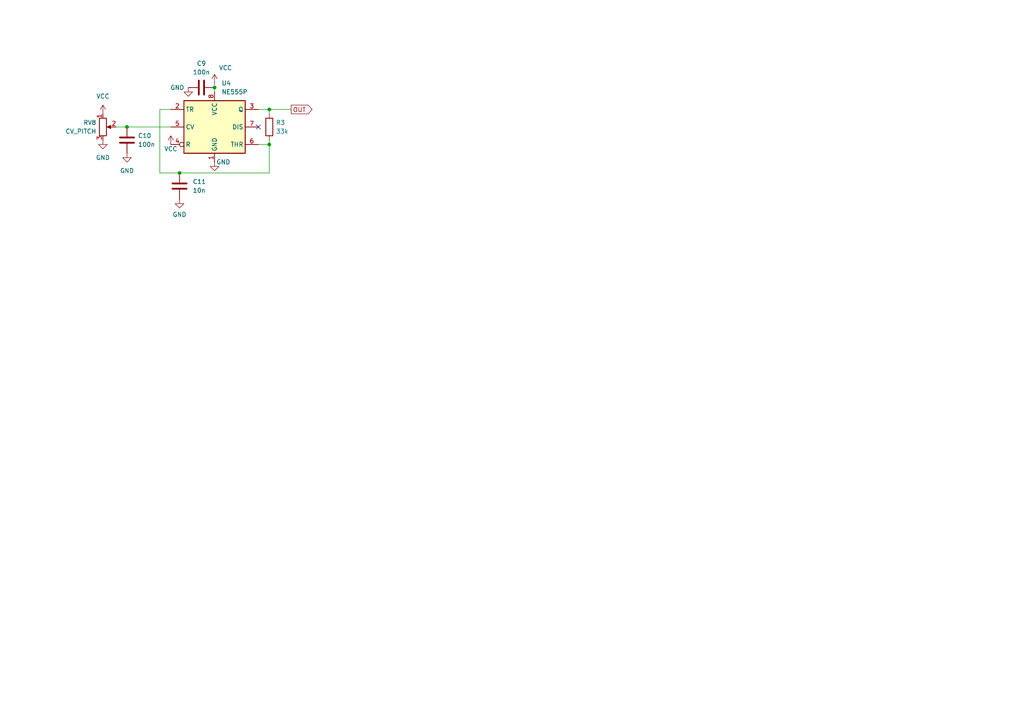
<source format=kicad_sch>
(kicad_sch (version 20211123) (generator eeschema)
  (paper "A4")
  (lib_symbols
    (symbol "Device:C" (pin_numbers hide) (pin_names (offset 0.254))
      (property "Reference" "C" (at 0.635 2.54 0))
      (property "Value" "C" (at 0.635 -2.54 0))
      (symbol "C_0_1"
        (polyline (pts (xy -2.032 -0.762) (xy 2.032 -0.762)) (stroke (width 0.508)))
        (polyline (pts (xy -2.032 0.762) (xy 2.032 0.762)) (stroke (width 0.508)))
      )
      (symbol "C_1_1"
        (pin passive line (at 0 3.81 270) (length 2.794) (name "~") (number "1"))
        (pin passive line (at 0 -3.81 90) (length 2.794) (name "~") (number "2"))
      )
    )
    (symbol "Device:R" (pin_numbers hide) (pin_names (offset 0))
      (property "Reference" "R" (at 2.032 0 90))
      (property "Value" "R" (at 0 0 90))
      (symbol "R_0_1"
        (rectangle (start -1.016 -2.54) (end 1.016 2.54) (stroke (width 0.254)))
      )
      (symbol "R_1_1"
        (pin passive line (at 0 3.81 270) (length 1.27) (name "~") (number "1"))
        (pin passive line (at 0 -3.81 90) (length 1.27) (name "~") (number "2"))
      )
    )
    (symbol "Device:R_Potentiometer" (pin_names (offset 1.016) hide)
      (property "Reference" "RV" (at -4.445 0 90))
      (property "Value" "R_Potentiometer" (at -2.54 0 90))
      (symbol "R_Potentiometer_0_1"
        (polyline (pts (xy 2.54 0) (xy 1.524 0)))
        (polyline (pts (xy 1.143 0) (xy 2.286 0.508) (xy 2.286 -0.508) (xy 1.143 0)) (fill (type outline)))
        (rectangle (start 1.016 2.54) (end -1.016 -2.54) (stroke (width 0.254)))
      )
      (symbol "R_Potentiometer_1_1"
        (pin passive line (at 0 3.81 270) (length 1.27) (name "1") (number "1"))
        (pin passive line (at 3.81 0 180) (length 1.27) (name "2") (number "2"))
        (pin passive line (at 0 -3.81 90) (length 1.27) (name "3") (number "3"))
      )
    )
    (symbol "Timer:NE555P"
      (property "Reference" "U" (at -10.16 8.89 0))
      (property "Value" "NE555P" (at 2.54 8.89 0))
      (symbol "NE555P_0_0"
        (pin power_in line (at 0 -10.16 90) (length 2.54) (name "GND") (number "1"))
        (pin power_in line (at 0 10.16 270) (length 2.54) (name "VCC") (number "8"))
      )
      (symbol "NE555P_0_1"
        (rectangle (start -8.89 -7.62) (end 8.89 7.62) (stroke (width 0.254)) (fill (type background)))
        (rectangle (start -8.89 -7.62) (end 8.89 7.62) (stroke (width 0.254)) (fill (type background)))
      )
      (symbol "NE555P_1_1"
        (pin input line (at -12.7 5.08 0) (length 3.81) (name "TR") (number "2"))
        (pin output line (at 12.7 5.08 180) (length 3.81) (name "Q") (number "3"))
        (pin input inverted (at -12.7 -5.08 0) (length 3.81) (name "R") (number "4"))
        (pin input line (at -12.7 0 0) (length 3.81) (name "CV") (number "5"))
        (pin input line (at 12.7 -5.08 180) (length 3.81) (name "THR") (number "6"))
        (pin input line (at 12.7 0 180) (length 3.81) (name "DIS") (number "7"))
      )
    )
    (symbol "power:GND" (power) (pin_names (offset 0))
      (property "Value" "GND" (at 0 -3.81 0))
      (symbol "GND_0_1"
        (polyline (pts (xy 0 0) (xy 0 -1.27) (xy 1.27 -1.27) (xy 0 -2.54) (xy -1.27 -1.27) (xy 0 -1.27)))
      )
      (symbol "GND_1_1"
        (pin power_in line (at 0 0 270) (length 0) hide (name "GND") (number "1"))
      )
    )
    (symbol "power:VCC" (power) (pin_names (offset 0))
      (property "Value" "VCC" (at 0 3.81 0))
      (symbol "VCC_0_1"
        (polyline (pts (xy -0.762 1.27) (xy 0 2.54)))
        (polyline (pts (xy 0 0) (xy 0 2.54)))
        (polyline (pts (xy 0 2.54) (xy 0.762 1.27)))
      )
      (symbol "VCC_1_1"
        (pin power_in line (at 0 0 90) (length 0) hide (name "VCC") (number "1"))
      )
    )
  )
  (junction (at 78.105 41.91))
  (junction (at 36.83 36.83))
  (junction (at 78.105 31.75))
  (junction (at 62.23 25.4))
  (junction (at 52.07 50.165))
  (no_connect (at 74.93 36.83))
  (wire (pts (xy 78.105 41.91) (xy 74.93 41.91)))
  (wire (pts (xy 46.355 31.75) (xy 46.355 50.165)))
  (wire (pts (xy 62.23 24.13) (xy 62.23 25.4)))
  (wire (pts (xy 74.93 31.75) (xy 78.105 31.75)))
  (wire (pts (xy 46.355 31.75) (xy 49.53 31.75)))
  (wire (pts (xy 78.105 31.75) (xy 84.455 31.75)))
  (wire (pts (xy 46.355 50.165) (xy 52.07 50.165)))
  (wire (pts (xy 52.07 50.165) (xy 78.105 50.165)))
  (wire (pts (xy 36.83 36.83) (xy 49.53 36.83)))
  (wire (pts (xy 62.23 25.4) (xy 62.23 26.67)))
  (wire (pts (xy 33.655 36.83) (xy 36.83 36.83)))
  (wire (pts (xy 78.105 41.91) (xy 78.105 50.165)))
  (wire (pts (xy 78.105 33.02) (xy 78.105 31.75)))
  (wire (pts (xy 78.105 40.64) (xy 78.105 41.91)))
  (global_label "OUT" (shape output) (at 84.455 31.75 0) (property "Intersheet References" "${INTERSHEET_REFS}" (effects hide)))
  (symbol (lib_id "power:VCC") (at 49.53 41.91 0) (unit 1)
    (property "Reference" "#PWR036" (effects hide))
    (property "Value" "VCC" (at 49.53 43.18 0))
  )
  (symbol (lib_id "power:GND") (at 29.845 40.64 0) (unit 1)
    (property "Reference" "#PWR035" (effects hide))
    (property "Value" "GND" (at 29.845 45.72 0))
  )
  (symbol (lib_id "power:GND") (at 54.61 25.4 0) (unit 1)
    (property "Reference" "#PWR033" (effects hide))
    (property "Value" "GND" (at 51.435 25.4 0))
  )
  (symbol (lib_id "power:GND") (at 36.83 44.45 0) (unit 1)
    (property "Reference" "#PWR037" (effects hide))
    (property "Value" "GND" (at 36.83 49.53 0))
  )
  (symbol (lib_id "Device:R") (at 78.105 36.83 0) (unit 1)
    (property "Reference" "R3" (at 80.01 35.5599 0) (effects (justify left)))
    (property "Value" "33k" (at 80.01 38.0999 0) (effects (justify left)))
  )
  (symbol (lib_id "Device:C") (at 58.42 25.4 90) (unit 1)
    (property "Reference" "C9" (at 58.42 18.415 90))
    (property "Value" "100n" (at 58.42 20.955 90))
  )
  (symbol (lib_id "Timer:NE555P") (at 62.23 36.83 0) (unit 1)
    (property "Reference" "U4" (at 64.2494 24.13 0) (effects (justify left)))
    (property "Value" "NE555P" (at 64.2494 26.67 0) (effects (justify left)))
    (property "Footprint" "Package_DIP:DIP-8_W7.62mm" (effects hide))
    (property "Datasheet" "http://www.ti.com/lit/ds/symlink/ne555.pdf" (effects hide))
  )
  (symbol (lib_id "Device:C") (at 52.07 53.975 0) (unit 1)
    (property "Reference" "C11" (at 55.88 52.7049 0) (effects (justify left)))
    (property "Value" "10n" (at 55.88 55.2449 0) (effects (justify left)))
  )
  (symbol (lib_id "power:VCC") (at 62.23 24.13 0) (unit 1)
    (property "Reference" "#PWR032" (effects hide))
    (property "Value" "VCC" (at 65.405 19.685 0))
  )
  (symbol (lib_id "Device:C") (at 36.83 40.64 0) (unit 1)
    (property "Reference" "C10" (at 40.005 39.3699 0) (effects (justify left)))
    (property "Value" "100n" (at 40.005 41.9099 0) (effects (justify left)))
  )
  (symbol (lib_id "power:VCC") (at 29.845 33.02 0) (unit 1)
    (property "Reference" "#PWR034" (effects hide))
    (property "Value" "VCC" (at 29.845 27.94 0))
  )
  (symbol (lib_id "Device:R_Potentiometer") (at 29.845 36.83 0) (unit 1)
    (property "Reference" "RV8" (at 27.94 35.5599 0) (effects (justify right)))
    (property "Value" "CV_PITCH" (at 27.94 38.0999 0) (effects (justify right)))
  )
  (symbol (lib_id "power:GND") (at 52.07 57.785 0) (unit 1)
    (property "Reference" "#PWR039" (effects hide))
    (property "Value" "GND" (at 52.07 62.23 0))
  )
  (symbol (lib_id "power:GND") (at 62.23 46.99 0) (unit 1)
    (property "Reference" "#PWR038" (effects hide))
    (property "Value" "GND" (at 64.77 46.99 0))
  )
)
</source>
